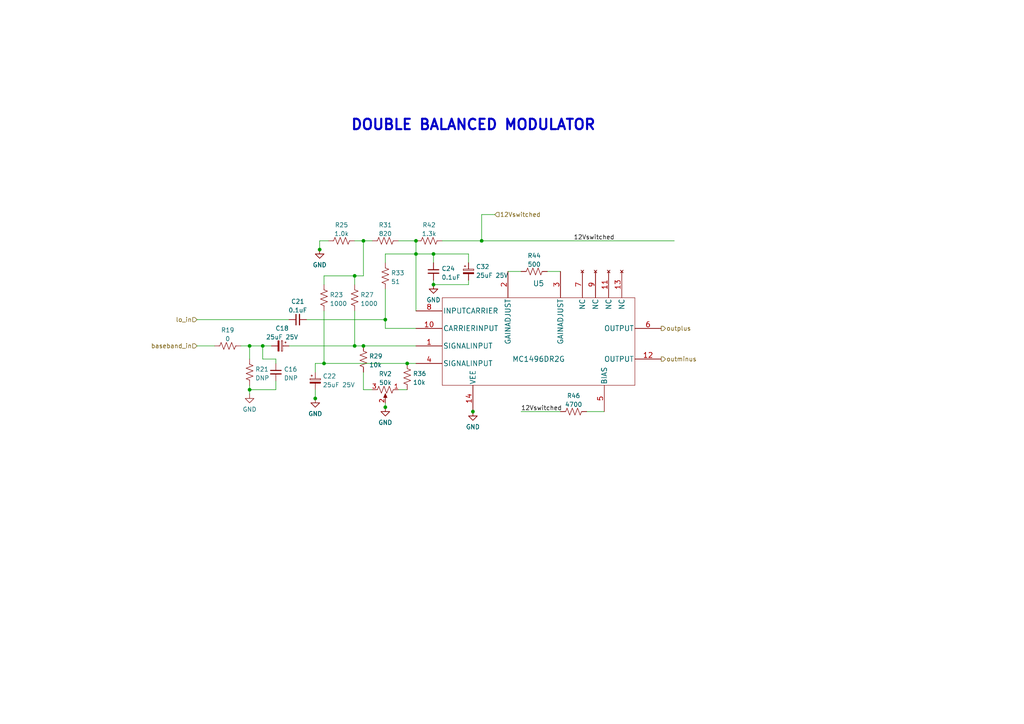
<source format=kicad_sch>
(kicad_sch (version 20211123) (generator eeschema)
  (paper "A4")
  (lib_symbols
    (symbol "Device:C_Polarized_Small" (pin_numbers hide) (pin_names (offset 0.254) hide)
      (property "Reference" "C" (at 0.254 1.778 0))
      (property "Value" "C_Polarized_Small" (at 0.254 -2.032 0))
      (symbol "C_Polarized_Small_0_1"
        (rectangle (start -1.524 -0.3048) (end 1.524 -0.6858) (fill (type outline)))
        (rectangle (start -1.524 0.6858) (end 1.524 0.3048))
        (polyline (pts (xy -1.27 1.524) (xy -0.762 1.524)))
        (polyline (pts (xy -1.016 1.27) (xy -1.016 1.778)))
      )
      (symbol "C_Polarized_Small_1_1"
        (pin passive line (at 0 2.54 270) (length 1.8542) (name "~") (number "1"))
        (pin passive line (at 0 -2.54 90) (length 1.8542) (name "~") (number "2"))
      )
    )
    (symbol "Device:C_Small" (pin_numbers hide) (pin_names (offset 0.254) hide)
      (property "Reference" "C" (at 0.254 1.778 0))
      (property "Value" "C_Small" (at 0.254 -2.032 0))
      (symbol "C_Small_0_1"
        (polyline (pts (xy -1.524 -0.508) (xy 1.524 -0.508)) (stroke (width 0.3302)))
        (polyline (pts (xy -1.524 0.508) (xy 1.524 0.508)) (stroke (width 0.3048)))
      )
      (symbol "C_Small_1_1"
        (pin passive line (at 0 2.54 270) (length 2.032) (name "~") (number "1"))
        (pin passive line (at 0 -2.54 90) (length 2.032) (name "~") (number "2"))
      )
    )
    (symbol "Device:R_Potentiometer_US" (pin_names (offset 1.016) hide)
      (property "Reference" "RV" (at -4.445 0 90))
      (property "Value" "R_Potentiometer_US" (at -2.54 0 90))
      (symbol "R_Potentiometer_US_0_1"
        (polyline (pts (xy 0 -2.286) (xy 0 -2.54)))
        (polyline (pts (xy 0 2.54) (xy 0 2.286)))
        (polyline (pts (xy 2.54 0) (xy 1.524 0)))
        (polyline (pts (xy 1.143 0) (xy 2.286 0.508) (xy 2.286 -0.508) (xy 1.143 0)) (fill (type outline)))
        (polyline (pts (xy 0 -0.762) (xy 1.016 -1.143) (xy 0 -1.524) (xy -1.016 -1.905) (xy 0 -2.286)))
        (polyline (pts (xy 0 0.762) (xy 1.016 0.381) (xy 0 0) (xy -1.016 -0.381) (xy 0 -0.762)))
        (polyline (pts (xy 0 2.286) (xy 1.016 1.905) (xy 0 1.524) (xy -1.016 1.143) (xy 0 0.762)))
      )
      (symbol "R_Potentiometer_US_1_1"
        (pin passive line (at 0 3.81 270) (length 1.27) (name "1") (number "1"))
        (pin passive line (at 3.81 0 180) (length 1.27) (name "2") (number "2"))
        (pin passive line (at 0 -3.81 90) (length 1.27) (name "3") (number "3"))
      )
    )
    (symbol "Device:R_US" (pin_numbers hide) (pin_names (offset 0))
      (property "Reference" "R" (at 2.54 0 90))
      (property "Value" "R_US" (at -2.54 0 90))
      (symbol "R_US_0_1"
        (polyline (pts (xy 0 -2.286) (xy 0 -2.54)))
        (polyline (pts (xy 0 2.286) (xy 0 2.54)))
        (polyline (pts (xy 0 -0.762) (xy 1.016 -1.143) (xy 0 -1.524) (xy -1.016 -1.905) (xy 0 -2.286)))
        (polyline (pts (xy 0 0.762) (xy 1.016 0.381) (xy 0 0) (xy -1.016 -0.381) (xy 0 -0.762)))
        (polyline (pts (xy 0 2.286) (xy 1.016 1.905) (xy 0 1.524) (xy -1.016 1.143) (xy 0 0.762)))
      )
      (symbol "R_US_1_1"
        (pin passive line (at 0 3.81 270) (length 1.27) (name "~") (number "1"))
        (pin passive line (at 0 -3.81 90) (length 1.27) (name "~") (number "2"))
      )
    )
    (symbol "MC1496DR2G_1" (pin_names (offset 0.254))
      (property "Reference" "U" (at 34.29 -8.89 0))
      (property "Value" "MC1496DR2G_1" (at 35.56 -13.97 0))
      (symbol "MC1496DR2G_1_1_1"
        (polyline (pts (xy 7.62 -20.32) (xy 63.5 -20.32)) (stroke (width 0.127)))
        (polyline (pts (xy 7.62 5.08) (xy 7.62 -20.32)) (stroke (width 0.127)))
        (polyline (pts (xy 63.5 -20.32) (xy 63.5 5.08)) (stroke (width 0.127)))
        (polyline (pts (xy 63.5 5.08) (xy 7.62 5.08)) (stroke (width 0.127)))
        (pin input line (at 0 -8.89 0) (length 7.62) (name "SIGNALINPUT") (number "1"))
        (pin input line (at 0 -3.81 0) (length 7.62) (name "CARRIERINPUT") (number "10"))
        (pin no_connect line (at 55.88 12.7 270) (length 7.62) (name "NC") (number "11"))
        (pin output line (at 71.12 -12.7 180) (length 7.62) (name "OUTPUT") (number "12"))
        (pin no_connect line (at 59.69 12.7 270) (length 7.62) (name "NC") (number "13"))
        (pin power_in line (at 16.51 -27.94 90) (length 7.62) (name "VEE") (number "14"))
        (pin unspecified line (at 26.67 12.7 270) (length 7.62) (name "GAINADJUST") (number "2"))
        (pin unspecified line (at 41.91 12.7 270) (length 7.62) (name "GAINADJUST") (number "3"))
        (pin input line (at 0 -13.97 0) (length 7.62) (name "SIGNALINPUT") (number "4"))
        (pin unspecified line (at 54.61 -27.94 90) (length 7.62) (name "BIAS") (number "5"))
        (pin output line (at 71.12 -3.81 180) (length 7.62) (name "OUTPUT") (number "6"))
        (pin no_connect line (at 48.26 12.7 270) (length 7.62) (name "NC") (number "7"))
        (pin input line (at 0 1.27 0) (length 7.62) (name "INPUTCARRIER") (number "8"))
        (pin no_connect line (at 52.07 12.7 270) (length 7.62) (name "NC") (number "9"))
      )
    )
    (symbol "power:GND" (power) (pin_names (offset 0))
      (property "Value" "GND" (at 0 -3.81 0))
      (symbol "GND_0_1"
        (polyline (pts (xy 0 0) (xy 0 -1.27) (xy 1.27 -1.27) (xy 0 -2.54) (xy -1.27 -1.27) (xy 0 -1.27)))
      )
      (symbol "GND_1_1"
        (pin power_in line (at 0 0 270) (length 0) hide (name "GND") (number "1"))
      )
    )
  )
  (junction (at 125.73 82.55))
  (junction (at 72.39 113.03))
  (junction (at 76.2 100.33))
  (junction (at 93.98 105.41))
  (junction (at 91.44 115.57))
  (junction (at 120.65 73.66))
  (junction (at 105.41 69.85))
  (junction (at 92.71 72.39))
  (junction (at 118.11 105.41))
  (junction (at 125.73 73.66))
  (junction (at 111.76 118.11))
  (junction (at 139.7 69.85))
  (junction (at 137.16 119.38))
  (junction (at 105.41 100.33))
  (junction (at 102.87 100.33))
  (junction (at 120.65 69.85))
  (junction (at 72.39 100.33))
  (junction (at 102.87 80.01))
  (junction (at 111.76 92.71))
  (wire (pts (xy 105.41 100.33) (xy 120.65 100.33)))
  (wire (pts (xy 111.76 76.2) (xy 111.76 73.66)))
  (wire (pts (xy 135.89 73.66) (xy 135.89 76.2)))
  (wire (pts (xy 118.11 105.41) (xy 120.65 105.41)))
  (wire (pts (xy 107.95 113.03) (xy 105.41 113.03)))
  (wire (pts (xy 95.25 69.85) (xy 92.71 69.85)))
  (wire (pts (xy 69.85 100.33) (xy 72.39 100.33)))
  (wire (pts (xy 105.41 107.95) (xy 105.41 113.03)))
  (wire (pts (xy 76.2 104.14) (xy 76.2 100.33)))
  (wire (pts (xy 91.44 105.41) (xy 91.44 107.95)))
  (wire (pts (xy 102.87 100.33) (xy 105.41 100.33)))
  (wire (pts (xy 57.15 100.33) (xy 62.23 100.33)))
  (wire (pts (xy 93.98 105.41) (xy 91.44 105.41)))
  (wire (pts (xy 92.71 69.85) (xy 92.71 72.39)))
  (wire (pts (xy 139.7 62.23) (xy 139.7 69.85)))
  (wire (pts (xy 72.39 100.33) (xy 72.39 104.14)))
  (wire (pts (xy 80.01 113.03) (xy 80.01 110.49)))
  (wire (pts (xy 72.39 100.33) (xy 76.2 100.33)))
  (wire (pts (xy 105.41 69.85) (xy 105.41 80.01)))
  (wire (pts (xy 170.18 119.38) (xy 175.26 119.38)))
  (wire (pts (xy 72.39 113.03) (xy 72.39 114.3)))
  (wire (pts (xy 139.7 62.23) (xy 143.51 62.23)))
  (wire (pts (xy 120.65 73.66) (xy 125.73 73.66)))
  (wire (pts (xy 102.87 69.85) (xy 105.41 69.85)))
  (wire (pts (xy 111.76 92.71) (xy 111.76 95.25)))
  (wire (pts (xy 128.27 69.85) (xy 139.7 69.85)))
  (wire (pts (xy 105.41 80.01) (xy 102.87 80.01)))
  (wire (pts (xy 151.13 119.38) (xy 162.56 119.38)))
  (wire (pts (xy 111.76 73.66) (xy 120.65 73.66)))
  (wire (pts (xy 115.57 69.85) (xy 120.65 69.85)))
  (wire (pts (xy 72.39 111.76) (xy 72.39 113.03)))
  (wire (pts (xy 93.98 90.17) (xy 93.98 105.41)))
  (wire (pts (xy 80.01 105.41) (xy 80.01 104.14)))
  (wire (pts (xy 80.01 104.14) (xy 76.2 104.14)))
  (wire (pts (xy 125.73 73.66) (xy 135.89 73.66)))
  (wire (pts (xy 125.73 73.66) (xy 125.73 76.2)))
  (wire (pts (xy 135.89 81.28) (xy 135.89 82.55)))
  (wire (pts (xy 105.41 69.85) (xy 107.95 69.85)))
  (wire (pts (xy 125.73 82.55) (xy 135.89 82.55)))
  (wire (pts (xy 83.82 100.33) (xy 102.87 100.33)))
  (wire (pts (xy 139.7 69.85) (xy 195.58 69.85)))
  (wire (pts (xy 125.73 81.28) (xy 125.73 82.55)))
  (wire (pts (xy 57.15 92.71) (xy 83.82 92.71)))
  (wire (pts (xy 111.76 95.25) (xy 120.65 95.25)))
  (wire (pts (xy 72.39 113.03) (xy 80.01 113.03)))
  (wire (pts (xy 147.32 78.74) (xy 151.13 78.74)))
  (wire (pts (xy 115.57 113.03) (xy 118.11 113.03)))
  (wire (pts (xy 158.75 78.74) (xy 162.56 78.74)))
  (wire (pts (xy 93.98 82.55) (xy 93.98 80.01)))
  (wire (pts (xy 88.9 92.71) (xy 111.76 92.71)))
  (wire (pts (xy 120.65 73.66) (xy 120.65 90.17)))
  (wire (pts (xy 102.87 90.17) (xy 102.87 100.33)))
  (wire (pts (xy 111.76 116.84) (xy 111.76 118.11)))
  (wire (pts (xy 93.98 105.41) (xy 118.11 105.41)))
  (wire (pts (xy 76.2 100.33) (xy 78.74 100.33)))
  (wire (pts (xy 93.98 80.01) (xy 102.87 80.01)))
  (wire (pts (xy 120.65 69.85) (xy 120.65 73.66)))
  (wire (pts (xy 102.87 80.01) (xy 102.87 82.55)))
  (wire (pts (xy 91.44 113.03) (xy 91.44 115.57)))
  (wire (pts (xy 111.76 83.82) (xy 111.76 92.71)))
  (text "DOUBLE BALANCED MODULATOR" (at 101.6 38.1 0) (effects (font (size 3 3) (thickness 0.6) bold) (justify left bottom)))
  (label "12Vswitched" (at 151.13 119.38 0))
  (label "12Vswitched" (at 166.37 69.85 0))
  (hierarchical_label "lo_in" (shape input) (at 57.15 92.71 180))
  (hierarchical_label "12Vswitched" (shape input) (at 143.51 62.23 0))
  (hierarchical_label "outplus" (shape output) (at 191.77 95.25 0))
  (hierarchical_label "baseband_in" (shape input) (at 57.15 100.33 180))
  (hierarchical_label "outminus" (shape output) (at 191.77 104.14 0))
  (symbol (lib_id "Device:R_US") (at 166.37 119.38 90) (unit 1)
    (property "Reference" "R46" (at 166.37 114.7912 90))
    (property "Value" "4700" (at 166.37 117.3281 90))
    (property "Footprint" "Resistor_SMD:R_1206_3216Metric" (effects hide))
  )
  (symbol (lib_id "power:GND") (at 125.73 82.55 0) (unit 1)
    (property "Reference" "#PWR046" (effects hide))
    (property "Value" "GND" (at 125.73 86.9934 0))
  )
  (symbol (lib_id "Device:C_Small") (at 125.73 78.74 0) (unit 1)
    (property "Reference" "C24" (at 128.0541 77.9116 0) (effects (justify left)))
    (property "Value" "0.1uF" (at 128.0541 80.4485 0) (effects (justify left)))
    (property "Footprint" "Capacitor_SMD:C_1206_3216Metric" (effects hide))
  )
  (symbol (lib_id "Device:R_US") (at 99.06 69.85 90) (unit 1)
    (property "Reference" "R25" (at 99.06 65.2612 90))
    (property "Value" "1.0k" (at 99.06 67.7981 90))
    (property "Footprint" "Resistor_SMD:R_1206_3216Metric" (effects hide))
  )
  (symbol (lib_id "Device:R_US") (at 118.11 109.22 0) (unit 1)
    (property "Reference" "R36" (at 119.761 108.3853 0) (effects (justify left)))
    (property "Value" "10k" (at 119.761 110.9222 0) (effects (justify left)))
    (property "Footprint" "Resistor_SMD:R_1206_3216Metric" (effects hide))
  )
  (symbol (lib_id "Device:R_US") (at 154.94 78.74 90) (unit 1)
    (property "Reference" "R44" (at 154.94 74.1512 90))
    (property "Value" "500" (at 154.94 76.6881 90))
    (property "Footprint" "Resistor_SMD:R_1206_3216Metric" (effects hide))
  )
  (symbol (lib_id "Device:R_US") (at 111.76 80.01 0) (unit 1)
    (property "Reference" "R33" (at 113.411 79.1753 0) (effects (justify left)))
    (property "Value" "51" (at 113.411 81.7122 0) (effects (justify left)))
    (property "Footprint" "Resistor_SMD:R_1206_3216Metric" (effects hide))
  )
  (symbol (lib_id "Device:C_Small") (at 80.01 107.95 0) (unit 1)
    (property "Reference" "C16" (at 82.3341 107.1216 0) (effects (justify left)))
    (property "Value" "DNP" (at 82.3341 109.6585 0) (effects (justify left)))
    (property "Footprint" "Capacitor_SMD:C_1206_3216Metric" (effects hide))
  )
  (symbol (lib_id "power:GND") (at 92.71 72.39 0) (unit 1)
    (property "Reference" "#PWR042" (effects hide))
    (property "Value" "GND" (at 92.71 76.8334 0))
  )
  (symbol (lib_id "Device:C_Polarized_Small") (at 81.28 100.33 270) (unit 1)
    (property "Reference" "C18" (at 81.8261 95.2332 90))
    (property "Value" "25uF 25V" (at 81.8261 97.7701 90))
    (property "Footprint" "Capacitor_THT:CP_Radial_D5.0mm_P2.00mm" (effects hide))
  )
  (symbol (lib_id "Device:C_Polarized_Small") (at 91.44 110.49 0) (unit 1)
    (property "Reference" "C22" (at 93.599 109.1092 0) (effects (justify left)))
    (property "Value" "25uF 25V" (at 93.599 111.6461 0) (effects (justify left)))
    (property "Footprint" "Capacitor_THT:CP_Radial_D5.0mm_P2.00mm" (effects hide))
  )
  (symbol (lib_id "Device:C_Small") (at 86.36 92.71 90) (unit 1)
    (property "Reference" "C21" (at 86.3663 87.4481 90))
    (property "Value" "0.1uF" (at 86.3663 89.985 90))
    (property "Footprint" "Capacitor_SMD:C_1206_3216Metric" (effects hide))
  )
  (symbol (lib_id "power:GND") (at 125.73 82.55 0) (unit 1)
    (property "Reference" "#PWR047" (effects hide))
    (property "Value" "GND" (at 125.73 86.9934 0))
  )
  (symbol (lib_id "power:GND") (at 111.76 118.11 0) (unit 1)
    (property "Reference" "#PWR044" (effects hide))
    (property "Value" "GND" (at 111.76 122.5534 0))
  )
  (symbol (lib_name "MC1496DR2G_1") (lib_id "MC1496:MC1496DR2G") (at 120.65 91.44 0) (unit 1)
    (property "Reference" "U5" (at 156.21 82.2124 0) (effects (font (size 1.524 1.524))))
    (property "Value" "MC1496DR2G" (at 156.21 104.14 0) (effects (font (size 1.524 1.524))))
    (property "Footprint" "MC1496:MC1496DR2G" (effects hide))
  )
  (symbol (lib_id "power:GND") (at 111.76 118.11 0) (unit 1)
    (property "Reference" "#PWR045" (effects hide))
    (property "Value" "GND" (at 111.76 122.5534 0))
  )
  (symbol (lib_id "Device:C_Polarized_Small") (at 135.89 78.74 0) (unit 1)
    (property "Reference" "C32" (at 138.049 77.3592 0) (effects (justify left)))
    (property "Value" "25uF 25V" (at 138.049 79.8961 0) (effects (justify left)))
    (property "Footprint" "Capacitor_THT:CP_Radial_D5.0mm_P2.00mm" (effects hide))
  )
  (symbol (lib_id "Device:R_US") (at 66.04 100.33 90) (unit 1)
    (property "Reference" "R19" (at 66.04 95.7412 90))
    (property "Value" "0" (at 66.04 98.2781 90))
    (property "Footprint" "Resistor_SMD:R_1206_3216Metric" (effects hide))
  )
  (symbol (lib_id "Device:R_US") (at 111.76 69.85 90) (unit 1)
    (property "Reference" "R31" (at 111.76 65.2612 90))
    (property "Value" "820" (at 111.76 67.7981 90))
    (property "Footprint" "Resistor_SMD:R_1206_3216Metric" (effects hide))
  )
  (symbol (lib_id "power:GND") (at 137.16 119.38 0) (unit 1)
    (property "Reference" "#PWR048" (effects hide))
    (property "Value" "GND" (at 137.16 123.8234 0))
  )
  (symbol (lib_id "power:GND") (at 91.44 115.57 0) (unit 1)
    (property "Reference" "#PWR040" (effects hide))
    (property "Value" "GND" (at 91.44 120.0134 0))
  )
  (symbol (lib_id "Device:R_US") (at 105.41 104.14 0) (unit 1)
    (property "Reference" "R29" (at 107.061 103.3053 0) (effects (justify left)))
    (property "Value" "10k" (at 107.061 105.8422 0) (effects (justify left)))
    (property "Footprint" "Resistor_SMD:R_1206_3216Metric" (effects hide))
  )
  (symbol (lib_id "Device:R_US") (at 72.39 107.95 0) (unit 1)
    (property "Reference" "R21" (at 74.041 107.1153 0) (effects (justify left)))
    (property "Value" "DNP" (at 74.041 109.6522 0) (effects (justify left)))
    (property "Footprint" "Resistor_SMD:R_1206_3216Metric" (effects hide))
  )
  (symbol (lib_id "Device:R_US") (at 124.46 69.85 90) (unit 1)
    (property "Reference" "R42" (at 124.46 65.2612 90))
    (property "Value" "1.3k" (at 124.46 67.7981 90))
    (property "Footprint" "Resistor_SMD:R_1206_3216Metric" (effects hide))
  )
  (symbol (lib_id "Device:R_US") (at 102.87 86.36 0) (unit 1)
    (property "Reference" "R27" (at 104.521 85.5253 0) (effects (justify left)))
    (property "Value" "1000" (at 104.521 88.0622 0) (effects (justify left)))
    (property "Footprint" "Resistor_SMD:R_1206_3216Metric" (effects hide))
  )
  (symbol (lib_id "power:GND") (at 137.16 119.38 0) (unit 1)
    (property "Reference" "#PWR049" (effects hide))
    (property "Value" "GND" (at 137.16 123.8234 0))
  )
  (symbol (lib_id "power:GND") (at 72.39 114.3 0) (unit 1)
    (property "Reference" "#PWR039" (effects hide))
    (property "Value" "GND" (at 72.39 118.7434 0))
  )
  (symbol (lib_id "Device:R_Potentiometer_US") (at 111.76 113.03 270) (unit 1)
    (property "Reference" "RV2" (at 111.76 108.4412 90))
    (property "Value" "50k" (at 111.76 110.9781 90))
    (property "Footprint" "Potentiometer_THT:Potentiometer_Bourns_3296W_Vertical" (effects hide))
  )
  (symbol (lib_id "power:GND") (at 92.71 72.39 0) (unit 1)
    (property "Reference" "#PWR043" (effects hide))
    (property "Value" "GND" (at 92.71 76.8334 0))
  )
  (symbol (lib_id "Device:R_US") (at 93.98 86.36 0) (unit 1)
    (property "Reference" "R23" (at 95.631 85.5253 0) (effects (justify left)))
    (property "Value" "1000" (at 95.631 88.0622 0) (effects (justify left)))
    (property "Footprint" "Resistor_SMD:R_1206_3216Metric" (effects hide))
  )
  (symbol (lib_id "power:GND") (at 91.44 115.57 0) (unit 1)
    (property "Reference" "#PWR041" (effects hide))
    (property "Value" "GND" (at 91.44 120.0134 0))
  )
)
</source>
